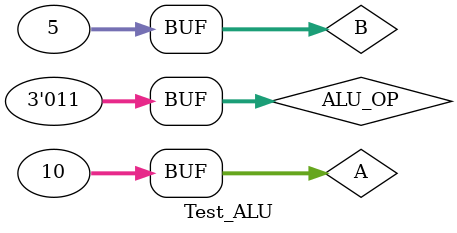
<source format=v>
`timescale 1ns / 1ps


module Test_ALU();
    reg [2:0]ALU_OP;
    reg [31:0]A,B;
    wire OF,ZF;
    wire [31:0]OUT;
    ALU_NEW uut(
        .OF(OF),
        .ZF(ZF),
        .ALU_OP(ALU_OP),
        .A(A),
        .B(B),
        .OUT(OUT)
    );
    initial begin
        ALU_OP=0;A=0;B=0;
        #100;
        ALU_OP=3'b010;A=3'b001;B=3'b010;
        #100;
        ALU_OP=3'b011;A=10;B=5;
         
    end
    
    
    

endmodule

</source>
